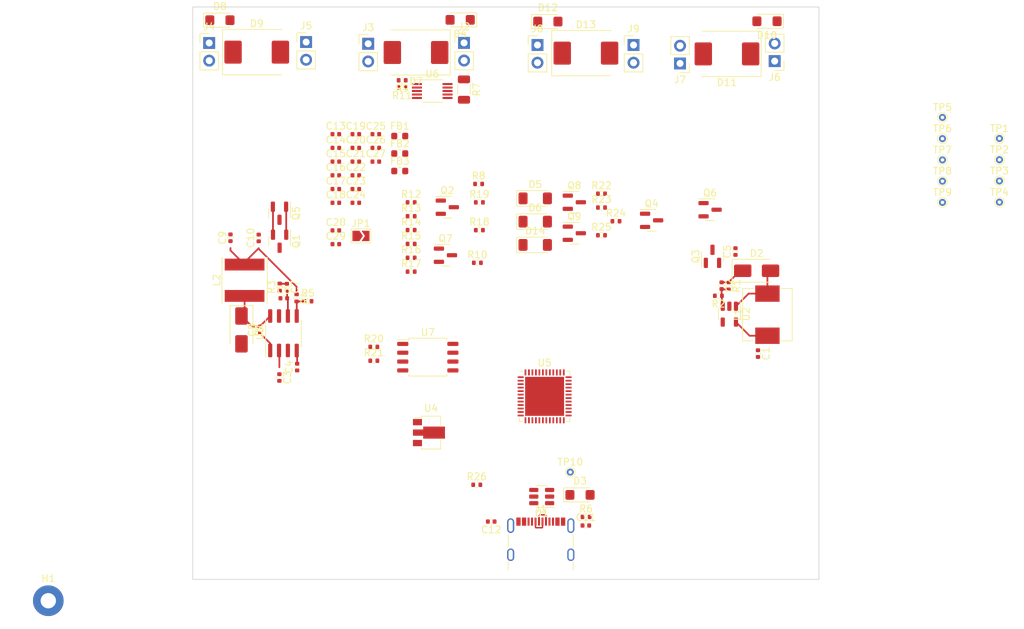
<source format=kicad_pcb>
(kicad_pcb (version 20221018) (generator pcbnew)
  (layers (0 "F.Cu" signal) (1 "In1.Cu" power) (2 "In2.Cu" power) (31 "B.Cu" signal) (34 "B.Paste" user) (35 "F.Paste" user) (36 "B.SilkS" user "B.Silkscreen") (37 "F.SilkS" user "F.Silkscreen") (38 "B.Mask" user) (39 "F.Mask" user) (44 "Edge.Cuts" user))
  (net 0 "")
  (net 1 "VDD")
  (net 2 "VDDA")
  (net 3 "GND")
  (net 10 "BOOST_IN")
  (net 11 "Net-(D2-A)")
  (net 12 "Net-(U2-FB)")
  (net 13 "BOOST_OUT")
  (net 14 "Net-(D1-K)")
  (net 15 "Net-(U3-BOOT)")
  (net 16 "BUCK_IN")
  (net 17 "Net-(U3-SS)")
  (net 18 "Net-(U3-VSENSE)")
  (net 19 "Net-(U3-COMP)")
  (net 22 "/MCU/OSC_32kHz_IN")
  (net 23 "/MCU/OSC_32kHz_OUT")
  (net 24 "/MCU/OSC_16MHz_IN")
  (net 25 "/MCU/OSC_16MHz_OUT")
  (net 31 "/MCU/VREF")
  (net 33 "/MCU/USB_DN")
  (net 34 "/MCU/USB_DP")
  (net 35 "/MCU/SWDIO")
  (net 36 "/MCU/SWDCLK")
  (net 41 "BUCK_OUT")
  (net 42 "Net-(C7-Pad2)")
  (net 43 "Net-(D4-A1)")
  (net 56 "VBUS")
  (net 57 "USB_D-")
  (net 58 "USB_CC2")
  (net 59 "USB_CC1")
  (net 61 "USB_D+")
  (net 63 "Net-(J1-SHIELD)")
  (net 66 "BUCK_EN")
  (net 67 "PWR_ALERT")
  (net 68 "I2C_SDA")
  (net 69 "I2C_SCL")
  (net 70 "BUCK_OUT_EN")
  (net 71 "BOOST_OUT_EN")
  (net 72 "BOOST_EN")
  (net 73 "Net-(U5-PC13)")
  (net 74 "Net-(U5-PB2)")
  (net 75 "Net-(U5-PG10)")
  (net 76 "/MCU/ADC_IN0")
  (net 77 "/MCU/ADC_IN1")
  (net 78 "/MCU/DAC_OUT1")
  (net 79 "/MCU/DAC_OUT2")
  (net 80 "/MCU/USART1_TX")
  (net 81 "/MCU/USART1_RX")
  (net 82 "/MCU/SWO")
  (net 83 "/MCU/SPI_SS")
  (net 84 "/MCU/SPI_MISO")
  (net 85 "/MCU/SPI_MOSI")
  (net 86 "/MCU/SPI_SCK")
  (net 87 "Net-(U6-A1)")
  (net 88 "Net-(U6-A0)")
  (net 89 "Net-(U7-IO3)")
  (net 90 "Net-(U7-IO2)")
  (net 91 "Net-(Q5-D)")
  (net 92 "Net-(D5-K)")
  (net 93 "Net-(D5-A)")
  (net 94 "Net-(D6-K)")
  (net 95 "Net-(D6-A)")
  (net 96 "Net-(D14-K)")
  (net 97 "Net-(D14-A)")
  (net 98 "Net-(Q2-D)")
  (net 99 "Net-(Q2-G)")
  (net 100 "Net-(Q7-G)")
  (net 101 "Net-(Q7-D)")
  (net 102 "Net-(Q8-G)")
  (net 103 "Net-(Q8-D)")
  (net 104 "VBUS_OUT_EN")
  (net 105 "+3V3")
  (net 107 "Net-(BT1-+)")
  (net 109 "Net-(C17-Pad1)")
  (net 110 "Net-(JP1-B)")
  (footprint "Package_TO_SOT_SMD:SOT-23" (layer "F.Cu") (at 144.1488 75.2834)
    (fp_text reference "Q8")
    (fp_text value "2N7002")
  )
  (footprint "Capacitor_SMD:C_0402_1005Metric" (layer "F.Cu") (at 94.775 80.3838 90)
    (fp_text reference "C9")
    (fp_text value "47uF")
  )
  (footprint "Diode_SMD:D_SMC" (layer "F.Cu") (at 166.06856 53.98024 180)
    (fp_text reference "D11")
    (fp_text value "40V 5A")
  )
  (footprint "Package_TO_SOT_SMD:SOT-23" (layer "F.Cu") (at 125.9114 75.9946)
    (fp_text reference "Q2")
    (fp_text value "2N7002")
  )
  (footprint "Capacitor_SMD:C_0402_1005Metric" (layer "F.Cu") (at 102.4286 89.0706)
    (fp_text reference "C6")
    (fp_text value "10pF")
  )
  (footprint "Diode_SMD:D_SMF" (layer "F.Cu") (at 171.81536 49.29384 180)
    (fp_text reference "D10")
    (fp_text value "SMF30A")
  )
  (footprint "Resistor_SMD:R_0402_1005Metric" (layer "F.Cu") (at 148.0488 74.0534)
    (fp_text reference "R22")
    (fp_text value "33")
  )
  (footprint "Connector_PinHeader_2.54mm:PinHeader_1x02_P2.54mm_Vertical" (layer "F.Cu") (at 152.6534 52.7042)
    (fp_text reference "J9")
    (fp_text value "Conn_01x02")
  )
  (footprint "Package_TO_SOT_SMD:SOT-23" (layer "F.Cu") (at 144.1488 79.7334)
    (fp_text reference "Q9")
    (fp_text value "AO3401A")
  )
  (footprint "Connector_PinHeader_2.54mm:PinHeader_1x02_P2.54mm_Vertical" (layer "F.Cu") (at 138.8594 52.7042)
    (fp_text reference "J8")
    (fp_text value "Conn_01x02")
  )
  (footprint "Resistor_SMD:R_0402_1005Metric" (layer "F.Cu") (at 148.0488 80.0234)
    (fp_text reference "R25")
    (fp_text value "100k")
  )
  (footprint "Resistor_SMD:R_0402_1005Metric" (layer "F.Cu") (at 130.516 75.298)
    (fp_text reference "R19")
    (fp_text value "4.7k")
  )
  (footprint "Inductor_SMD:L_Sunlord_SWPA6045S" (layer "F.Cu") (at 96.8014 86.482 90)
    (fp_text reference "L2")
    (fp_text value "15uH")
  )
  (footprint "Resistor_SMD:R_0402_1005Metric" (layer "F.Cu") (at 130.4066 72.6564)
    (fp_text reference "R8")
    (fp_text value "10k")
  )
  (footprint "Inductor_SMD:L_0603_1608Metric" (layer "F.Cu") (at 119.081 70.799)
    (fp_text reference "FB3")
    (fp_text value "600 Ohm")
  )
  (footprint "Connector_PinHeader_2.54mm:PinHeader_1x02_P2.54mm_Vertical" (layer "F.Cu") (at 91.717 52.4076)
    (fp_text reference "J4")
    (fp_text value "Conn_01x02")
  )
  (footprint "Package_TO_SOT_SMD:SOT-23" (layer "F.Cu") (at 155.2484 77.8792)
    (fp_text reference "Q4")
    (fp_text value "AO3401A")
  )
  (footprint "Diode_SMD:D_SMC" (layer "F.Cu") (at 121.4182 53.7786 180)
    (fp_text reference "D7")
    (fp_text value "40V 5A")
  )
  (footprint "Resistor_SMD:R_0402_1005Metric" (layer "F.Cu") (at 120.716 81.268)
    (fp_text reference "R15")
    (fp_text value "100k")
  )
  (footprint "Capacitor_SMD:C_0402_1005Metric" (layer "F.Cu") (at 145.8044 121.7016)
    (fp_text reference "C11")
    (fp_text value "DNP")
  )
  (footprint "Package_TO_SOT_SMD:SOT-23" (layer "F.Cu") (at 125.643 82.888)
    (fp_text reference "Q7")
    (fp_text value "2N7002")
  )
  (footprint "Connector_PinHeader_2.54mm:PinHeader_1x02_P2.54mm_Vertical" (layer "F.Cu") (at 105.638 52.2806)
    (fp_text reference "J5")
    (fp_text value "Conn_01x02")
  )
  (footprint "Capacitor_SMD:C_0402_1005Metric" (layer "F.Cu") (at 112.771 73.389)
    (fp_text reference "C23")
    (fp_text value "100n")
  )
  (footprint "Connector_USB:USB_C_Receptacle_GCT_USB4105-xx-A_16P_TopMnt_Horizontal" (layer "F.Cu") (at 139.33 124.8254)
    (fp_text reference "J1")
    (fp_text value "USB_C_Receptacle_USB2.0")
  )
  (footprint "Diode_SMD:D_MiniMELF" (layer "F.Cu") (at 138.5338 78.0684)
    (fp_text reference "D6")
    (fp_text value "12V")
  )
  (footprint "TestPoint:TestPoint_THTPad_D1.0mm_Drill0.5mm" (layer "F.Cu") (at 197.0114 75.3026)
    (fp_text reference "TP9")
    (fp_text value "TestPoint")
  )
  (footprint "Diode_SMD:D_SMA" (layer "F.Cu") (at 96.351 93.6146 -90)
    (fp_text reference "D1")
    (fp_text value "40V 3A")
  )
  (footprint "Package_SO:VSSOP-10_3x3mm_P0.5mm" (layer "F.Cu") (at 123.7442 59.312)
    (fp_text reference "U6")
    (fp_text value "INA226")
  )
  (footprint "Resistor_SMD:R_0402_1005Metric" (layer "F.Cu") (at 120.716 77.288)
    (fp_text reference "R13")
    (fp_text value "10k")
  )
  (footprint "Capacitor_SMD:C_0402_1005Metric" (layer "F.Cu") (at 167.28886 82.36082 90)
    (fp_text reference "C5")
    (fp_text value "1uF")
  )
  (footprint "Resistor_SMD:R_0402_1005Metric" (layer "F.Cu") (at 150.1316 78.008)
    (fp_text reference "R24")
    (fp_text value "10k")
  )
  (footprint "Package_TO_SOT_SMD:SOT-23-6" (layer "F.Cu") (at 139.4636 117.5462 180)
    (fp_text reference "U1")
    (fp_text value "SRV05-4")
  )
  (footprint "Package_SO:SOIC-8_3.9x4.9mm_P1.27mm" (layer "F.Cu") (at 102.3826 94.0946 90)
    (fp_text reference "U3")
    (fp_text value "TPS54331D")
  )
  (footprint "Resistor_SMD:R_0402_1005Metric" (layer "F.Cu") (at 164.83766 88.71642 180)
    (fp_text reference "R2")
    (fp_text value "200k")
  )
  (footprint "Capacitor_SMD:C_0402_1005Metric" (layer "F.Cu") (at 109.901 67.479)
    (fp_text reference "C14")
    (fp_text value "22u")
  )
  (footprint "Connector_PinHeader_2.54mm:PinHeader_1x02_P2.54mm_Vertical" (layer "F.Cu") (at 128.3192 52.3964)
    (fp_text reference "J2")
    (fp_text value "Conn_01x02")
  )
  (footprint "Inductor_SMD:L_0603_1608Metric" (layer "F.Cu") (at 119.081 68.289)
    (fp_text reference "FB2")
    (fp_text value "600 Ohm")
  )
  (footprint "Resistor_SMD:R_0402_1005Metric" (layer "F.Cu") (at 119.4284 58.7968 180)
    (fp_text reference "R11")
    (fp_text value "0")
  )
  (footprint "Capacitor_SMD:C_0402_1005Metric" (layer "F.Cu") (at 115.641 67.479)
    (fp_text reference "C26")
    (fp_text value "100n")
  )
  (footprint "Diode_SMD:D_SMF" (layer "F.Cu") (at 140.347 49.3364)
    (fp_text reference "D12")
    (fp_text value "SMF30A")
  )
  (footprint "Diode_SMD:D_SMF" (layer "F.Cu") (at 144.9648 117.3038)
    (fp_text reference "D3")
    (fp_text value "SMF30A")
  )
  (footprint "Diode_SMD:D_SMF" (layer "F.Cu") (at 127.7568 49.0892 180)
    (fp_text reference "D4")
    (fp_text value "SMF30A")
  )
  (footprint "Package_SO:SOIC-8_5.23x5.23mm_P1.27mm" (layer "F.Cu") (at 123.1126 97.5254)
    (fp_text reference "U7")
    (fp_text value "W25Q128JVS")
  )
  (footprint "Resistor_SMD:R_0402_1005Metric" (layer "F.Cu") (at 120.716 85.248)
    (fp_text reference "R17")
    (fp_text value "33")
  )
  (footprint "Diode_SMD:D_SMC" (layer "F.Cu") (at 98.545 53.726)
    (fp_text reference "D9")
    (fp_text value "40V 5A")
  )
  (footprint "Resistor_SMD:R_0402_1005Metric" (layer "F.Cu") (at 119.4284 57.772 180)
    (fp_text reference "R9")
    (fp_text value "0")
  )
  (footprint "Connector_PinHeader_2.54mm:PinHeader_1x02_P2.54mm_Vertical" (layer "F.Cu") (at 114.5502 52.5234)
    (fp_text reference "J3")
    (fp_text value "Conn_01x02")
  )
  (footprint "Capacitor_SMD:C_0402_1005Metric" (layer "F.Cu") (at 109.901 69.449)
    (fp_text reference "C15")
    (fp_text value "10u")
  )
  (footprint "TestPoint:TestPoint_THTPad_D1.0mm_Drill0.5mm" (layer "F.Cu") (at 197.0114 66.1526)
    (fp_text reference "TP6")
    (fp_text value "TestPoint")
  )
  (footprint "Capacitor_SMD:C_0402_1005Metric" (layer "F.Cu") (at 99.028 93.6172 90)
    (fp_text reference "C8")
    (fp_text value "100n")
  )
  (footprint "Package_DFN_QFN:QFN-48-1EP_7x7mm_P0.5mm_EP5.6x5.6mm" (layer "F.Cu") (at 139.8826 103.1542)
    (fp_text reference "U5")
    (fp_text value "STM32G431CBUx")
  )
  (footprint "Capacitor_SMD:C_0402_1005Metric" (layer "F.Cu") (at 109.901 71.419)
    (fp_text reference "C16")
    (fp_text value "100n")
  )
  (footprint "Diode_SMD:D_SMC" (layer "F.Cu") (at 145.8144 53.8702)
    (fp_text reference "D13")
    (fp_text value "40V 5A")
  )
  (footprint "Package_TO_SOT_SMD:SOT-23" (layer "F.Cu") (at 163.98746 83.04962 90)
    (fp_text reference "Q3")
    (fp_text value "AO3401A")
  )
  (footprint "Package_TO_SOT_SMD:SOT-23-5" (layer "F.Cu") (at 166.41046 91.35462 -90)
    (fp_text reference "U2")
    (fp_text value "TPS61040DBV")
  )
  (footprint "MountingHole:MountingHole_2.2mm_M2_Pad" (layer "F.Cu") (at 68.614 132.503)
    (fp_text reference "H1")
    (fp_text value "MountingHole_Pad")
  )
  (footprint "Resistor_SMD:R_0402_1005Metric" (layer "F.Cu") (at 120.716 79.278)
    (fp_text reference "R14")
    (fp_text value "100k")
  )
  (footprint "Capacitor_SMD:C_0402_1005Metric" (layer "F.Cu") (at 115.641 69.449)
    (fp_text reference "C27")
    (fp_text value "100n")
  )
  (footprint "Capacitor_SMD:C_0402_1005Metric" (layer "F.Cu") (at 109.901 73.389)
    (fp_text reference "C17")
    (fp_text value "1u")
  )
  (footprint "Capacitor_SMD:C_0402_1005Metric" (layer "F.Cu") (at 112.771 67.479)
    (fp_text reference "C20")
    (fp_text value "10u")
  )
  (footprint "Package_TO_SOT_SMD:SOT-23" (layer "F.Cu") (at 101.8294 80.8782 -90)
    (fp_text reference "Q1")
    (fp_text value "AO3401A")
  )
  (footprint "Capacitor_SMD:C_0402_1005Metric" (layer "F.Cu") (at 109.901 75.359)
    (fp_text reference "C18")
    (fp_text value "100n")
  )
  (footprint "Diode_SMD:D_MiniMELF" (layer "F.Cu") (at 138.5338 81.4084)
    (fp_text reference "D14")
    (fp_text value "12V")
  )
  (footprint "Capacitor_SMD:C_0402_1005Metric" (layer "F.Cu") (at 102.8746 87.4704 -90)
    (fp_text reference "C7")
    (fp_text value "6.8nF")
  )
  (footprint "Diode_SMD:D_SMA" (layer "F.Cu") (at 170.32666 85.12202)
    (fp_text reference "D2")
    (fp_text value "40V 3A")
  )
  (footprint "Capacitor_SMD:C_0402_1005Metric" (layer "F.Cu") (at 112.771 69.449)
    (fp_text reference "C21")
    (fp_text value "10u")
  )
  (footprint "Package_TO_SOT_SMD:SOT-23" (layer "F.Cu") (at 163.6414 76.3552)
    (fp_text reference "Q6")
    (fp_text value "AO3401A")
  )
  (footprint "TestPoint:TestPoint_THTPad_D1.0mm_Drill0.5mm" (layer "F.Cu") (at 205.1902 66.1252)
    (fp_text reference "TP1")
    (fp_text value "TestPoint")
  )
  (footprint "Resistor_SMD:R_0402_1005Metric" (layer "F.Cu") (at 115.3566 96.0498)
    (fp_text reference "R20")
    (fp_text value "0")
  )
  (footprint "Capacitor_SMD:C_0402_1005Metric" (layer "F.Cu") (at 109.901 65.509)
    (fp_text reference "C13")
    (fp_text value "22u")
  )
  (footprint "Resistor_SMD:R_0402_1005Metric" (layer "F.Cu") (at 166.29426 87.29402 -90)
    (fp_text reference "R1")
    (fp_text value "2.2M")
  )
  (footprint "Resistor_SMD:R_0402_1005Metric" (layer "F.Cu") (at 120.716 83.258)
    (fp_text reference "R16")
    (fp_text value "33")
  )
  (footprint "Inductor_SMD:L_Sunlord_MWSA0603S" (layer "F.Cu") (at 171.87586 91.42562 90)
    (fp_text reference "L1")
    (fp_text value "10uH")
  )
  (footprint "Resistor_SMD:R_0402_1005Metric" (layer "F.Cu") (at 101.8466 87.4646 90)
    (fp_text reference "R3")
    (fp_text value "2.7k")
  )
  (footprint "Resistor_SMD:R_0402_1005Metric" (layer "F.Cu") (at 145.8354 120.467)
    (fp_text reference "R6")
    (fp_text value "0")
  )
  (footprint "Resistor_SMD:R_0402_1005Metric" (layer "F.Cu") (at 115.3566 98.0398)
    (fp_text reference "R21")
    (fp_text value "0")
  )
  (footprint "Capacitor_SMD:C_0402_1005Metric" (layer "F.Cu") (at 109.901 79.329)
    (fp_text reference "C28")
    (fp_text value "1u")
  )
  (footprint "Package_TO_SOT_SMD:SOT-89-3" (layer "F.Cu") (at 123.5758 108.3604)
    (fp_text reference "U4")
    (fp_text value "HT7533-1")
  )
  (footprint "Resistor_SMD:R_0402_1005Metric" (layer "F.Cu") (at 148.0488 76.0434)
    (fp_text reference "R23")
    (fp_text value "10k")
  )
  (footprint "Capacitor_SMD:C_0402_1005Metric" (layer "F.Cu") (at 104.3508 98.951 90)
    (fp_text reference "C4")
    (fp_text value "10nF")
  )
  (footprint "Resistor_SMD:R_0402_1005Metric" (layer "F.Cu") (at 104.2684 89.014 -90)
    (fp_text reference "R4")
    (fp_text value "10k")
  )
  (footprint "Connector_PinHeader_2.54mm:PinHeader_1x02_P2.54mm_Vertical" (layer "F.Cu") (at 172.92196 55.01924 180)
    (fp_text reference "J6")
    (fp_text value "Conn_01x02")
  )
  (footprint "Jumper:SolderJumper-2_P1.3mm_Open_TrianglePad1.0x1.5mm" (layer "F.Cu") (at 113.511 80.119)
    (fp_text reference "JP1")
    (fp_text value "SolderJumper_2_Open")
  )
  (footprint "Resistor_SMD:R_0402_1005Metric" (layer "F.Cu") (at 120.716 75.298)
    (fp_text reference "R12")
    (fp_text value "10k")
  )
  (footprint "TestPoint:TestPoint_THTPad_D1.0mm_Drill0.5mm" (layer "F.Cu") (at 205.1902 72.2252)
    (fp_text reference "TP3")
    (fp_text value "TestPoint")
  )
  (footprint "Capacitor_SMD:C_0402_1005Metric" (layer "F.Cu") (at 109.901 81.299)
    (fp_text reference "C29")
    (fp_text value "100n")
  )
  (footprint "Resistor_SMD:R_0402_1005Metric" (layer "F.Cu") (at 130.1408 115.8528)
    (fp_text reference "R26")
    (fp_text value "0")
  )
  (footprint "Resistor_SMD:R_0402_1005Metric" (layer "F.Cu") (at 130.516 79.288)
    (fp_text reference "R18")
    (fp_text value "4.7k")
  )
  (footprint "Capacitor_SMD:C_0402_1005Metric" (layer "F.Cu") (at 170.52066 97.01662 -90)
    (fp_text reference "C1")
    (fp_text value "4.7uF")
  )
  (footprint "Capacitor_SMD:C_0402_1005Metric" (layer "F.Cu") (at 165.29946 87.26302 -90)
    (fp_text reference "C2")
    (fp_text value "22pF")
  )
  (footprint "Capacitor_SMD:C_0402_1005Metric" (layer "F.Cu") (at 101.7966 100.4496 -90)
    (fp_text reference "C3")
    (fp_text value "22uF")
  )
  (footprint "Connector_PinHeader_2.54mm:PinHeader_1x02_P2.54mm_Vertical" (layer "F.Cu") (at 159.33116 55.34944 180)
    (fp_text reference "J7")
    (fp_text value "Conn_01x02")
  )
  (footprint "Capacitor_SMD:C_0402_1005Metric" (layer "F.Cu") (at 112.771 75.359)
    (fp_text reference "C24")
    (fp_text value "100n")
  )
  (footprint "TestPoint:TestPoint_THTPad_D1.0mm_Drill0.5mm" (layer "F.Cu") (at 143.5666 114.0374)
    (fp_text reference "TP10")
    (fp_text value "TestPoint")
  )
  (footprint "Capacitor_SMD:C_0402_1005Metric" (layer "F.Cu") (at 112.771 65.509)
    (fp_text reference "C19")
    (fp_text value "10u")
  )
  (footprint "Inductor_SMD:L_0603_1608Metric" (layer "F.Cu") (at 119.081 65.779)
    (fp_text reference "FB1")
    (fp_text value "600 Ohm")
  )
  (footprint "Resistor_SMD:R_0402_1005Metric" (layer "F.Cu") (at 130.2288 83.977)
    (fp_text reference "R10")
    (fp_text value "10k")
  )
  (footprint "TestPoint:TestPoint_THTPad_D1.0mm_Drill0.5mm" (layer "F.Cu") (at 205.1902 69.1752)
    (fp_text reference "TP2")
    (fp_text value "TestPoint")
  )
  (footprint "Diode_SMD:D_MiniMELF" (layer "F.Cu") (at 138.5338 74.7284)
    (fp_text reference "D5")
    (fp_text value "12V")
  )
  (footprint "TestPoint:TestPoint_THTPad_D1.0mm_Drill0.5mm" (layer "F.Cu") (at 197.0114 69.2026)
    (fp_text reference "TP7")
    (fp_text value "TestPoint")
  )
  (footprint "Diode_SMD:D_SMF" (layer "F.Cu") (at 93.2554 49.1414)
    (fp_text reference "D8")
    (fp_text value "SMF30A")
  )
  (footprint "Capacitor_SMD:C_0402_1005Metric" (layer "F.Cu") (at 112.771 71.419)
    (fp_text reference "C22")
    (fp_text value "100n")
  )
  (footprint "TestPoint:TestPoint_THTPad_D1.0mm_Drill0.5mm" (layer "F.Cu") (at 197.0114 63.1026)
    (fp_text reference "TP5")
    (fp_text value "TestPoint")
  )
  (footprint "Resistor_SMD:R_0402_1005Metric" (layer "F.Cu") (at 105.9028 89.4966)
    (fp_text reference "R5")
    (fp_text value "3.3k")
  )
  (footprint "Capacitor_SMD:C_0402_1005Metric" (layer "F.Cu") (at 132.2134 121.1334 180)
    (fp_text reference "C12")
    (fp_text value "DNP")
  )
  (footprint "Resistor_SMD:R_1206_3216Metric" (layer "F.Cu") (at 128.3018 59.1006 -90)
    (fp_text reference "R7")
    (fp_text value "0.1")
  )
  (footprint "Capacitor_SMD:C_0402_1005Metric" (layer "F.Cu") (at 115.641 65.509)
    (fp_text reference "C25")
    (fp_text value "1u")
  )
  (footprint "TestPoint:TestPoint_THTPad_D1.0mm_Drill0.5mm" (layer "F.Cu") (at 197.0114 72.2526)
    (fp_text reference "TP8")
    (fp_text value "TestPoint")
  )
  (footprint "Package_TO_SOT_SMD:SOT-23" (layer "F.Cu") (at 101.8122 76.8616 -90)
    (fp_text reference "Q5")
    (fp_text value "AO3401A")
  )
  (footprint "TestPoint:TestPoint_THTPad_D1.0mm_Drill0.5mm" (layer "F.Cu") (at 205.1902 75.2752)
    (fp_text reference "TP4")
    (fp_text value "TestPoint")
  )
  (footprint "Capacitor_SMD:C_0402_1005Metric" (layer "F.Cu") (at 98.8278 80.4092 90)
    (fp_text reference "C10")
    (fp_text value "47uF")
  )
  (gr_rect (start 89.3572 47.244) (end 179.2732 129.4384) (stroke (width 0.1)) (fill none) (layer "Edge.Cuts"))
  (segment (start 102.8746 86.9904) (end 101.8824 86.9904) (width 0.25) (layer "F.Cu") (net 0))
  (segment (start 101.8824 86.9904) (end 101.8466 86.9546) (width 0.25) (layer "F.Cu") (net 0))
  (segment (start 169.31896 94.45062) (end 171.87586 94.45062) (width 0.25) (layer "F.Cu") (net 10))
  (segment (start 167.36046 92.49212) (end 169.31896 94.45062) (width 0.25) (layer "F.Cu") (net 10))
  (segment (start 169.17696 88.40062) (end 171.87586 88.40062) (width 0.25) (layer "F.Cu") (net 11))
  (segment (start 171.87586 85.57282) (end 171.87586 88.40062) (width 0.25) (layer "F.Cu") (net 11))
  (segment (start 167.36046 90.21712) (end 169.17696 88.40062) (width 0.25) (layer "F.Cu") (net 11))
  (segment (start 172.32666 85.12202) (end 171.87586 85.57282) (width 0.25) (layer "F.Cu") (net 11))
  (segment (start 165.34766 88.71642) (end 165.34766 90.10432) (width 0.25) (layer "F.Cu") (net 12))
  (segment (start 165.34766 90.10432) (end 165.46046 90.21712) (width 0.25) (layer "F.Cu") (net 12))
  (segment (start 165.36046 87.80402) (end 165.29946 87.74302) (width 0.25) (layer "F.Cu") (net 12))
  (segment (start 165.29946 87.74302) (end 165.29946 88.66822) (width 0.25) (layer "F.Cu") (net 12))
  (segment (start 166.29426 87.80402) (end 165.36046 87.80402) (width 0.25) (layer "F.Cu") (net 12))
  (segment (start 165.29946 88.66822) (end 165.34766 88.71642) (width 0.25) (layer "F.Cu") (net 12))
  (segment (start 166.29426 86.78402) (end 165.30046 86.78402) (width 0.25) (layer "F.Cu") (net 13))
  (segment (start 167.95626 85.12202) (end 166.29426 86.78402) (width 0.25) (layer "F.Cu") (net 13))
  (segment (start 168.32666 85.12202) (end 167.95626 85.12202) (width 0.25) (layer "F.Cu") (net 13))
  (segment (start 165.30046 86.78402) (end 165.29946 86.78302) (width 0.25) (layer "F.Cu") (net 13))
  (segment (start 96.351 91.6146) (end 96.8014 91.1642) (width 0.25) (layer "F.Cu") (net 14))
  (segment (start 99.028 93.1372) (end 99.028 93.0692) (width 0.25) (layer "F.Cu") (net 14))
  (segment (start 99.028 93.0692) (end 100.4776 91.6196) (width 0.25) (layer "F.Cu") (net 14))
  (segment (start 97.8736 93.1372) (end 99.028 93.1372) (width 0.25) (layer "F.Cu") (net 14))
  (segment (start 96.8014 91.1642) (end 96.8014 88.732) (width 0.25) (layer "F.Cu") (net 14))
  (segment (start 96.351 91.6146) (end 97.8736 93.1372) (width 0.25) (layer "F.Cu") (net 14))
  (segment (start 100.4776 96.5696) (end 100.4776 95.5468) (width 0.25) (layer "F.Cu") (net 15))
  (segment (start 100.4776 95.5468) (end 99.028 94.0972) (width 0.25) (layer "F.Cu") (net 15))
  (segment (start 101.7966 96.6186) (end 101.7476 96.5696) (width 0.25) (layer "F.Cu") (net 16))
  (segment (start 101.7966 98.9746) (end 101.7966 96.6186) (width 0.25) (layer "F.Cu") (net 16))
  (segment (start 104.3508 98.471) (end 104.3508 96.6328) (width 0.25) (layer "F.Cu") (net 17))
  (segment (start 104.3508 96.6328) (end 104.2876 96.5696) (width 0.25) (layer "F.Cu") (net 17))
  (segment (start 104.2684 89.524) (end 105.3654 89.524) (width 0.25) (layer "F.Cu") (net 18))
  (segment (start 104.2876 89.5432) (end 104.2684 89.524) (width 0.25) (layer "F.Cu") (net 18))
  (segment (start 105.3654 89.524) (end 105.3928 89.4966) (width 0.25) (layer "F.Cu") (net 18))
  (segment (start 104.2876 91.6196) (end 104.2876 89.5432) (width 0.25) (layer "F.Cu") (net 18))
  (segment (start 102.9086 89.0706) (end 102.9086 87.9844) (width 0.25) (layer "F.Cu") (net 19))
  (segment (start 103.0176 89.1796) (end 102.9086 89.0706) (width 0.25) (layer "F.Cu") (net 19))
  (segment (start 102.9086 87.9844) (end 102.8746 87.9504) (width 0.25) (layer "F.Cu") (net 19))
  (segment (start 103.0176 91.6196) (end 103.0176 89.1796) (width 0.25) (layer "F.Cu") (net 19))
  (segment (start 101.9868 81.9731) (end 101.8294 81.8157) (width 0.25) (layer "F.Cu") (net 41))
  (segment (start 94.775 82.2056) (end 94.775 81.8588) (width 0.25) (layer "F.Cu") (net 41))
  (segment (start 96.8014 84.232) (end 94.775 82.2056) (width 0.25) (layer "F.Cu") (net 41))
  (segment (start 96.8014 84.232) (end 96.8014 83.9106) (width 0.25) (layer "F.Cu") (net 41))
  (segment (start 104.2684 87.416591) (end 98.8278 81.975991) (width 0.25) (layer "F.Cu") (net 41))
  (segment (start 104.2684 88.504) (end 104.2684 87.416591) (width 0.25) (layer "F.Cu") (net 41))
  (segment (start 98.8278 81.975991) (end 98.8278 81.8842) (width 0.25) (layer "F.Cu") (net 41))
  (segment (start 96.8014 83.9106) (end 98.8278 81.8842) (width 0.25) (layer "F.Cu") (net 41))
  (segment (start 138.58 121.1454) (end 138.58 121.9704) (width 0.2) (layer "F.Cu") (net 57))
  (segment (start 138.63 122.0204) (end 139.53 122.0204) (width 0.2) (layer "F.Cu") (net 57))
  (segment (start 139.53 122.0204) (end 139.58 121.9704) (width 0.2) (layer "F.Cu") (net 57))
  (segment (start 138.58 121.9704) (end 138.63 122.0204) (width 0.2) (layer "F.Cu") (net 57))
  (segment (start 139.58 121.9704) (end 139.58 121.1454) (width 0.2) (layer "F.Cu") (net 57))
  (segment (start 139.233 120.1674) (end 139.927 120.1674) (width 0.2) (layer "F.Cu") (net 61))
  (segment (start 139.08 120.3204) (end 139.233 120.1674) (width 0.2) (layer "F.Cu") (net 61))
  (segment (start 140.08 120.3204) (end 140.08 121.1454) (width 0.2) (layer "F.Cu") (net 61))
  (segment (start 139.927 120.1674) (end 140.08 120.3204) (width 0.2) (layer "F.Cu") (net 61))
  (segment (start 139.08 121.1454) (end 139.08 120.3204) (width 0.2) (layer "F.Cu") (net 61))
  (segment (start 100.8794 75.9413) (end 100.8622 75.9241) (width 0.25) (layer "F.Cu") (net 94))
  (segment (start 100.8794 79.9407) (end 100.8794 75.9413) (width 0.25) (layer "F.Cu") (net 94))
  (segment (start 102.7794 75.9413) (end 102.7622 75.9241) (width 0.25) (layer "F.Cu") (net 95))
  (segment (start 102.7794 79.9407) (end 102.7794 75.9413) (width 0.25) (layer "F.Cu") (net 95))
)
</source>
